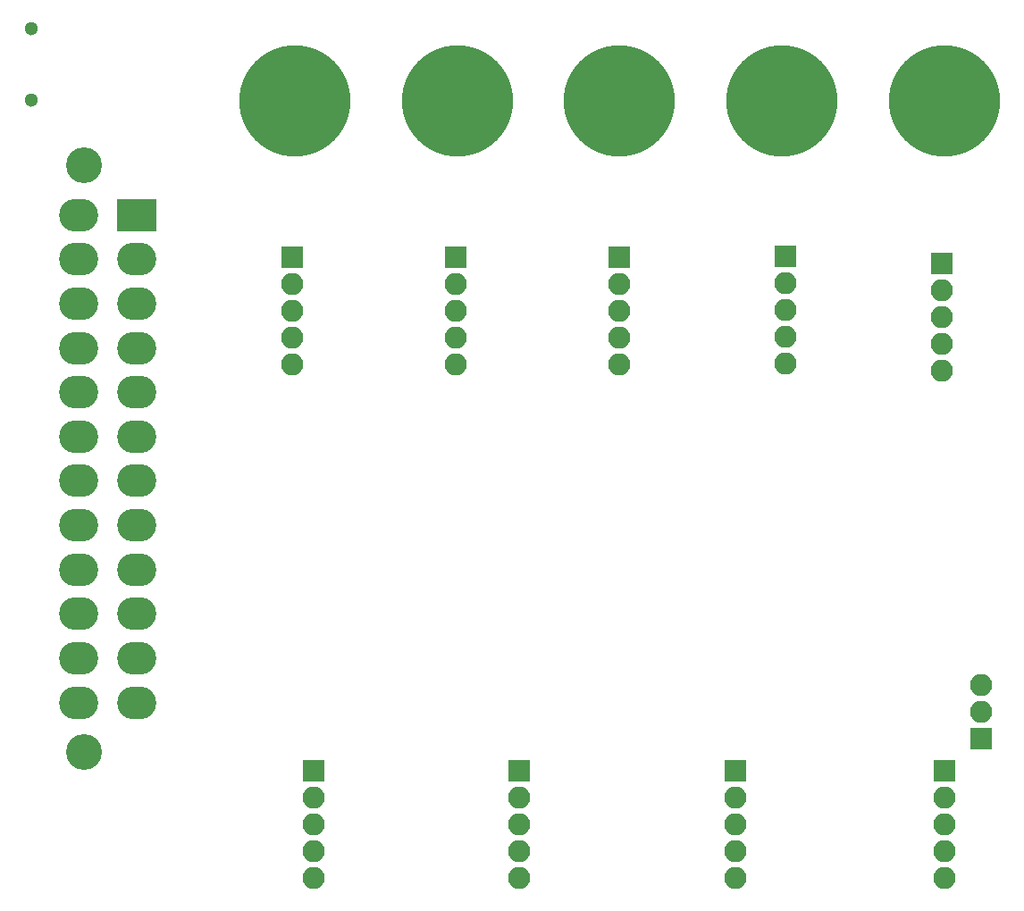
<source format=gbr>
G04 #@! TF.GenerationSoftware,KiCad,Pcbnew,(5.0.0-rc2-100-g6d77e594b)*
G04 #@! TF.CreationDate,2018-10-18T22:19:02+02:00*
G04 #@! TF.ProjectId,fuzzyduckv1,66757A7A796475636B76312E6B696361,rev?*
G04 #@! TF.SameCoordinates,Original*
G04 #@! TF.FileFunction,Soldermask,Bot*
G04 #@! TF.FilePolarity,Negative*
%FSLAX46Y46*%
G04 Gerber Fmt 4.6, Leading zero omitted, Abs format (unit mm)*
G04 Created by KiCad (PCBNEW (5.0.0-rc2-100-g6d77e594b)) date Thu Oct 18 22:19:02 2018*
%MOMM*%
%LPD*%
G01*
G04 APERTURE LIST*
%ADD10R,3.700000X3.100000*%
%ADD11O,3.700000X3.100000*%
%ADD12C,3.400000*%
%ADD13C,10.560000*%
%ADD14R,2.100000X2.100000*%
%ADD15O,2.100000X2.100000*%
%ADD16C,1.300000*%
G04 APERTURE END LIST*
D10*
G04 #@! TO.C,J1*
X61000000Y-51800000D03*
D11*
X61000000Y-56000000D03*
X61000000Y-60200000D03*
X61000000Y-64400000D03*
X61000000Y-68600000D03*
X61000000Y-72800000D03*
X61000000Y-77000000D03*
X61000000Y-81200000D03*
X61000000Y-85400000D03*
X61000000Y-89600000D03*
X61000000Y-93800000D03*
X61000000Y-98000000D03*
X55500000Y-51800000D03*
X55500000Y-56000000D03*
X55500000Y-60200000D03*
X55500000Y-64400000D03*
X55500000Y-68600000D03*
X55500000Y-72800000D03*
X55500000Y-77000000D03*
X55500000Y-81200000D03*
X55500000Y-85400000D03*
X55500000Y-89600000D03*
X55500000Y-93800000D03*
X55500000Y-98000000D03*
D12*
X55960000Y-47100000D03*
X55960000Y-102700000D03*
G04 #@! TD*
D13*
G04 #@! TO.C,J2*
X91375000Y-41000000D03*
G04 #@! TD*
G04 #@! TO.C,J4*
X76000000Y-41000000D03*
G04 #@! TD*
G04 #@! TO.C,J5*
X106750000Y-41000000D03*
G04 #@! TD*
G04 #@! TO.C,J8*
X122125000Y-41000000D03*
G04 #@! TD*
G04 #@! TO.C,J9*
X137500000Y-41000000D03*
G04 #@! TD*
D14*
G04 #@! TO.C,J17*
X141000000Y-101404492D03*
D15*
X141000000Y-98864492D03*
X141000000Y-96324492D03*
G04 #@! TD*
D16*
G04 #@! TO.C,SW1*
X51000000Y-34100000D03*
X51000000Y-40900000D03*
G04 #@! TD*
D14*
G04 #@! TO.C,J3*
X91250000Y-55750000D03*
D15*
X91250000Y-58290000D03*
X91250000Y-60830000D03*
X91250000Y-63370000D03*
X91250000Y-65910000D03*
G04 #@! TD*
D14*
G04 #@! TO.C,J6*
X75750000Y-55750000D03*
D15*
X75750000Y-58290000D03*
X75750000Y-60830000D03*
X75750000Y-63370000D03*
X75750000Y-65910000D03*
G04 #@! TD*
G04 #@! TO.C,J7*
X106750000Y-65910000D03*
X106750000Y-63370000D03*
X106750000Y-60830000D03*
X106750000Y-58290000D03*
D14*
X106750000Y-55750000D03*
G04 #@! TD*
D15*
G04 #@! TO.C,J10*
X122500000Y-65830000D03*
X122500000Y-63290000D03*
X122500000Y-60750000D03*
X122500000Y-58210000D03*
D14*
X122500000Y-55670000D03*
G04 #@! TD*
G04 #@! TO.C,J11*
X137250000Y-56420000D03*
D15*
X137250000Y-58960000D03*
X137250000Y-61500000D03*
X137250000Y-64040000D03*
X137250000Y-66580000D03*
G04 #@! TD*
G04 #@! TO.C,J20*
X77750000Y-114660000D03*
X77750000Y-112120000D03*
X77750000Y-109580000D03*
X77750000Y-107040000D03*
D14*
X77750000Y-104500000D03*
G04 #@! TD*
G04 #@! TO.C,J21*
X97250000Y-104500000D03*
D15*
X97250000Y-107040000D03*
X97250000Y-109580000D03*
X97250000Y-112120000D03*
X97250000Y-114660000D03*
G04 #@! TD*
D14*
G04 #@! TO.C,J24*
X117750000Y-104500000D03*
D15*
X117750000Y-107040000D03*
X117750000Y-109580000D03*
X117750000Y-112120000D03*
X117750000Y-114660000D03*
G04 #@! TD*
G04 #@! TO.C,J25*
X137500000Y-114660000D03*
X137500000Y-112120000D03*
X137500000Y-109580000D03*
X137500000Y-107040000D03*
D14*
X137500000Y-104500000D03*
G04 #@! TD*
M02*

</source>
